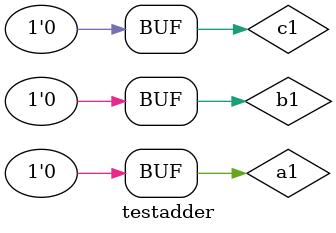
<source format=v>
`timescale 1ns/1ps // Specify the timescale

module testadder; // Test bench module
  reg a1, b1, c1; // Declare test bench inputs as registers
  wire s1, co1;   // Declare test bench outputs as wires

  fulladder f1(.a(a1), .b(b1), .cin(c1), .sum(s1), .cout(co1)); // Instantiate the full adder module

  initial begin
    a1 = 1'b0; b1 = 1'b0; c1 = 1'b0; // Set inputs a1, b1, c1 to 0, 1, 0
    #1 a1 = 1'b0; b1 = 1'b0; c1 = 1'b1; // Change inputs to 1, 1, 0 after 1 time unit1
    #1 a1 = 1'b0; b1 = 1'b1; c1 = 1'b0; // Change inputs to 1, 1, 1 after 1 more time unit
    #1 a1 = 1'b0; b1 = 1'b1; c1 = 1'b1; // Change inputs to 0, 0, 0 after 1 more time unit
    #1 a1 = 1'b1; b1 = 1'b0; c1 = 1'b0; // Change inputs to 1, 1, 0 after 1 time unit
    #1 a1 = 1'b1; b1 = 1'b0; c1 = 1'b1; // Change inputs to 1, 1, 1 after 1 more time unit
    #1 a1 = 1'b1; b1 = 1'b1; c1 = 1'b0; // Change inputs to 0, 0, 0 after 1 more time unit
    #1 a1 = 1'b1; b1 = 1'b1; c1 = 1'b1; // Change inputs to 0, 0, 0 after 1 more time unit
    #1 a1 = 1'b0; b1 = 1'b0; c1 = 1'b0; // Change inputs to 0, 0, 0 after 1 more time unit
  end
endmodule

</source>
